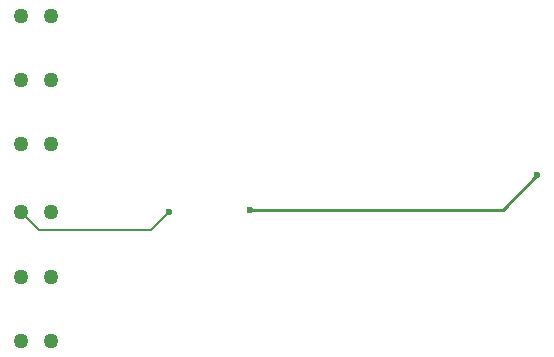
<source format=gbr>
%TF.GenerationSoftware,KiCad,Pcbnew,8.0.0*%
%TF.CreationDate,2024-03-27T12:37:06-02:30*%
%TF.ProjectId,test-receiver,74657374-2d72-4656-9365-697665722e6b,rev?*%
%TF.SameCoordinates,Original*%
%TF.FileFunction,Copper,L2,Bot*%
%TF.FilePolarity,Positive*%
%FSLAX46Y46*%
G04 Gerber Fmt 4.6, Leading zero omitted, Abs format (unit mm)*
G04 Created by KiCad (PCBNEW 8.0.0) date 2024-03-27 12:37:06*
%MOMM*%
%LPD*%
G01*
G04 APERTURE LIST*
%TA.AperFunction,ComponentPad*%
%ADD10C,1.270000*%
%TD*%
%TA.AperFunction,ViaPad*%
%ADD11C,0.600000*%
%TD*%
%TA.AperFunction,Conductor*%
%ADD12C,0.200000*%
%TD*%
%TA.AperFunction,Conductor*%
%ADD13C,0.230000*%
%TD*%
G04 APERTURE END LIST*
D10*
%TO.P,LED3,1*%
%TO.N,/Coil*%
X110500250Y-70230000D03*
%TO.P,LED3,2*%
%TO.N,Net-(LED1-Pad2)*%
X113040250Y-70230000D03*
%TD*%
%TO.P,LED6,1*%
%TO.N,Net-(LED1-Pad2)*%
X113080000Y-76000000D03*
%TO.P,LED6,2*%
%TO.N,/Coil*%
X110540000Y-76000000D03*
%TD*%
%TO.P,LED5,1*%
%TO.N,Net-(LED1-Pad2)*%
X113080000Y-81445000D03*
%TO.P,LED5,2*%
%TO.N,/Coil*%
X110540000Y-81445000D03*
%TD*%
%TO.P,LED2,1*%
%TO.N,/Coil*%
X110500250Y-64785000D03*
%TO.P,LED2,2*%
%TO.N,Net-(LED1-Pad2)*%
X113040250Y-64785000D03*
%TD*%
%TO.P,LED4,1*%
%TO.N,Net-(LED1-Pad2)*%
X113080000Y-86890000D03*
%TO.P,LED4,2*%
%TO.N,/Coil*%
X110540000Y-86890000D03*
%TD*%
%TO.P,LED1,1*%
%TO.N,/Coil*%
X110500250Y-59340000D03*
%TO.P,LED1,2*%
%TO.N,Net-(LED1-Pad2)*%
X113040250Y-59340000D03*
%TD*%
D11*
%TO.N,/Coil*%
X123020000Y-76000000D03*
X154230000Y-72850000D03*
X129930000Y-75770000D03*
%TD*%
D12*
%TO.N,/Coil*%
X112010000Y-77470000D02*
X110540000Y-76000000D01*
X121550000Y-77470000D02*
X112010000Y-77470000D01*
D13*
X154230000Y-72850000D02*
X151310000Y-75770000D01*
D12*
X123020000Y-76000000D02*
X121550000Y-77470000D01*
D13*
X151310000Y-75770000D02*
X129930000Y-75770000D01*
%TD*%
M02*

</source>
